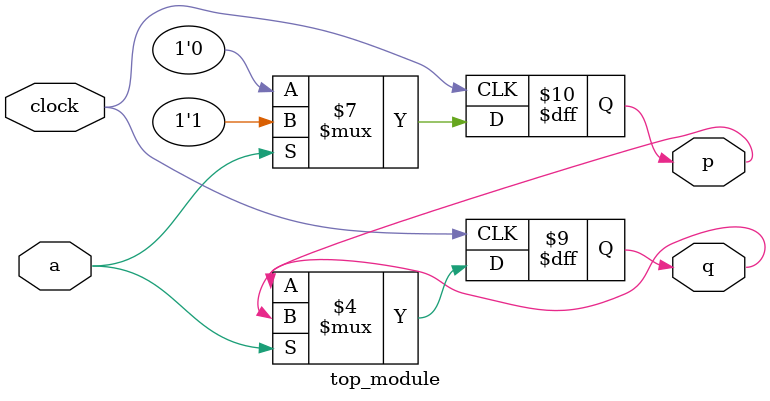
<source format=sv>
module top_module (
    input clock,
    input a, 
    output reg p,
    output reg q
);

    always @(posedge clock) begin
        if (a) begin
            p <= 1;
        end
        else begin
            p <= 0;
        end
    end

    always @(posedge clock) begin
        if (~a) begin
            q <= p;
        end
    end

endmodule

</source>
